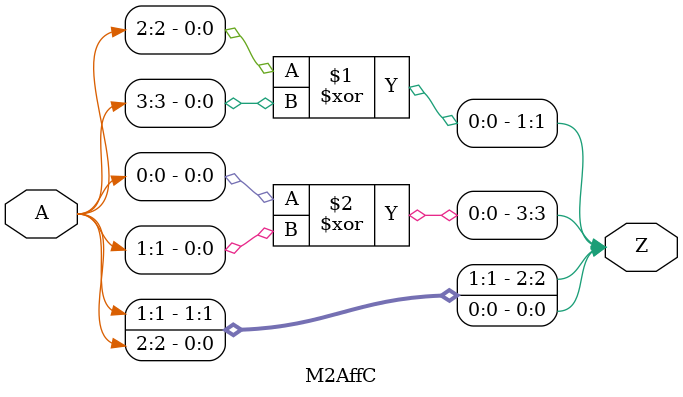
<source format=v>

module M2AffC(
    input  [3:0] A,
    output [3:0] Z
    );
    assign Z[0] = A[2];
    assign Z[1] = A[2] ^ A[3];
    assign Z[2] = A[1];
    assign Z[3] = A[0] ^ A[1];
endmodule

</source>
